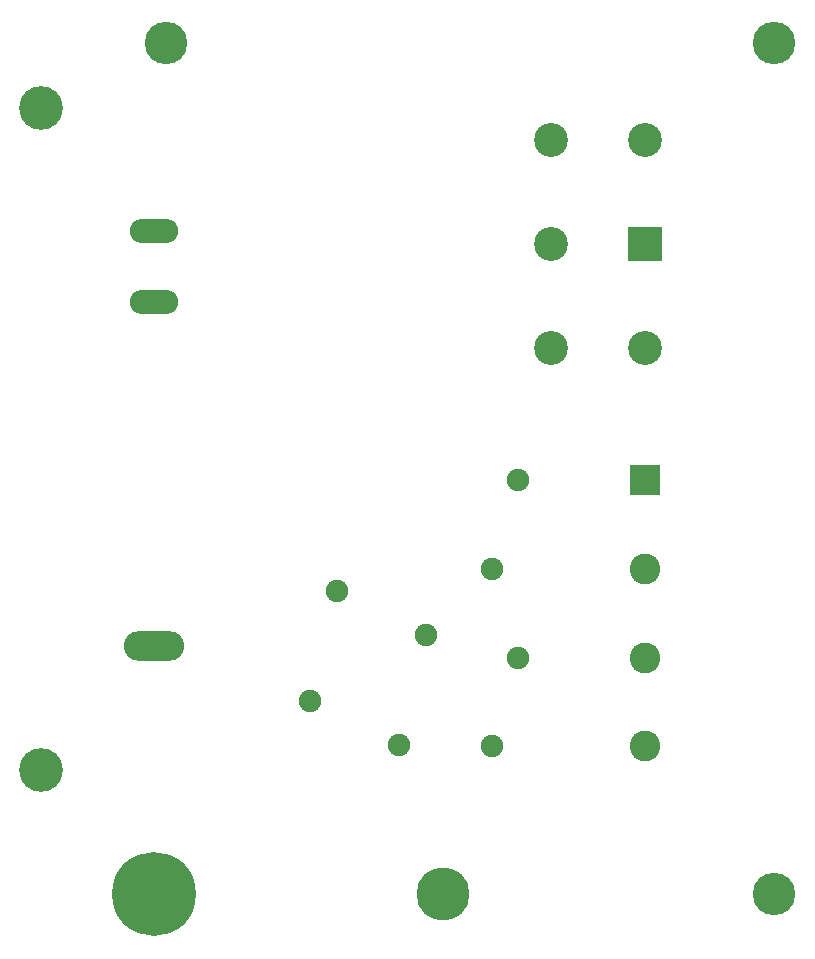
<source format=gbr>
%TF.GenerationSoftware,KiCad,Pcbnew,(5.1.6-0-10_14)*%
%TF.CreationDate,2020-08-26T20:43:04+01:00*%
%TF.ProjectId,IEC Power Entry,49454320-506f-4776-9572-20456e747279,1.0a*%
%TF.SameCoordinates,Original*%
%TF.FileFunction,Soldermask,Bot*%
%TF.FilePolarity,Negative*%
%FSLAX46Y46*%
G04 Gerber Fmt 4.6, Leading zero omitted, Abs format (unit mm)*
G04 Created by KiCad (PCBNEW (5.1.6-0-10_14)) date 2020-08-26 20:43:04*
%MOMM*%
%LPD*%
G01*
G04 APERTURE LIST*
%ADD10C,4.500000*%
%ADD11C,2.600000*%
%ADD12R,2.600000X2.600000*%
%ADD13O,5.100000X2.500000*%
%ADD14O,4.100000X2.050000*%
%ADD15C,3.700000*%
%ADD16C,2.875000*%
%ADD17R,2.875000X2.875000*%
%ADD18C,7.100000*%
%ADD19C,3.600000*%
%ADD20C,1.900000*%
G04 APERTURE END LIST*
D10*
%TO.C,P2*%
X162000000Y-139000000D03*
%TD*%
D11*
%TO.C,J1*%
X179100000Y-126500000D03*
X179100000Y-119000000D03*
X179100000Y-111500000D03*
D12*
X179100000Y-104000000D03*
%TD*%
D13*
%TO.C,P3*%
X137500000Y-118050000D03*
D14*
X137500000Y-88850000D03*
X137500000Y-82850000D03*
D15*
X127950000Y-128500000D03*
X127950000Y-72500000D03*
%TD*%
D16*
%TO.C,S1*%
X179100000Y-75200000D03*
D17*
X179100000Y-84000000D03*
D16*
X179100000Y-92800000D03*
X171100000Y-92800000D03*
X171100000Y-84000000D03*
X171100000Y-75200000D03*
%TD*%
D18*
%TO.C,P1*%
X137486000Y-139032000D03*
%TD*%
D19*
%TO.C,REF\u002A\u002A*%
X190000000Y-67000000D03*
%TD*%
%TO.C,REF\u002A\u002A*%
X190000000Y-139000000D03*
%TD*%
D20*
%TO.C,TH1*%
X158200000Y-126400000D03*
X150700000Y-122700000D03*
%TD*%
%TO.C,MOV2*%
X168300000Y-104000000D03*
X166100000Y-111500000D03*
%TD*%
%TO.C,TH2*%
X153000000Y-113400000D03*
X160500000Y-117100000D03*
%TD*%
%TO.C,MOV1*%
X168300000Y-119000000D03*
X166100000Y-126500000D03*
%TD*%
D19*
%TO.C,REF\u002A\u002A*%
X138500000Y-67000000D03*
%TD*%
M02*

</source>
